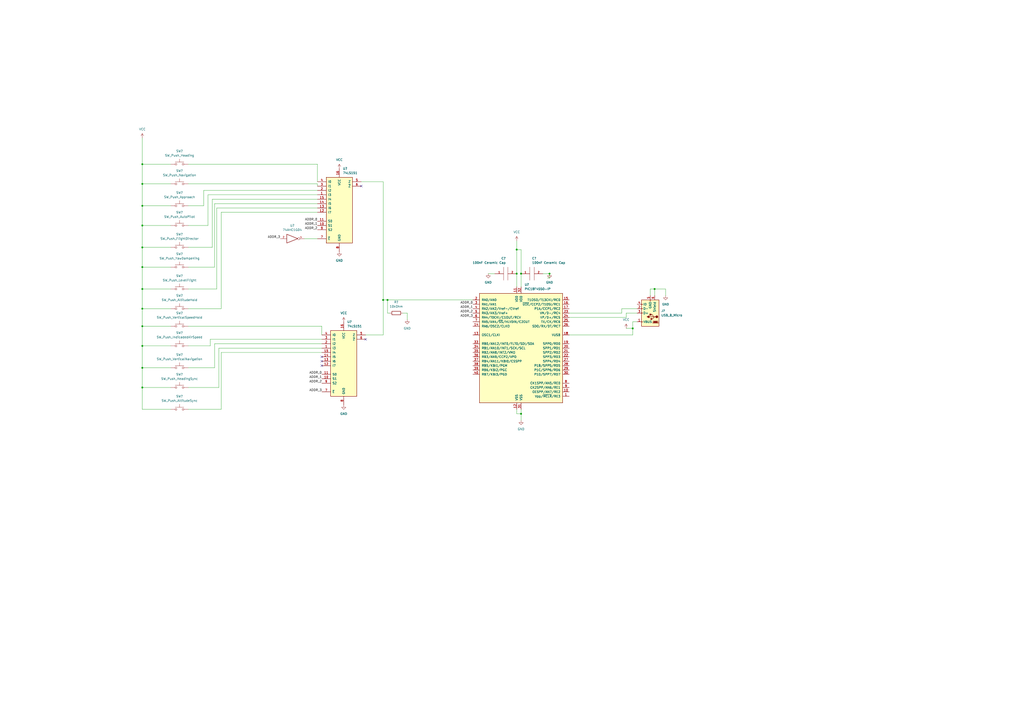
<source format=kicad_sch>
(kicad_sch (version 20211123) (generator eeschema)
  (paper "A2")
  (title_block (title "Auto Pilot Console Control Board") (date "2023-02-01") (company "Fafner's Lab"))
  (lib_symbols
    (symbol "74xGxx:74AHC1G04" (pin_names (offset 1.016))
      (property "Reference" "U" (at -2.54 3.81 0))
      (property "Value" "74AHC1G04" (at 0 -3.81 0))
      (symbol "74AHC1G04_0_1"
        (polyline (pts (xy -3.81 2.54) (xy -3.81 -2.54) (xy 2.54 0) (xy -3.81 2.54)) (stroke (width 0.254)))
      )
      (symbol "74AHC1G04_1_1"
        (pin input line (at -7.62 0 0) (length 3.81) (name "~") (number "2"))
        (pin power_in line (at 0 -2.54 270) (length 0) hide (name "GND") (number "3"))
        (pin output inverted (at 6.35 0 180) (length 3.81) (name "~") (number "4"))
        (pin power_in line (at 0 2.54 90) (length 0) hide (name "VCC") (number "5"))
      )
    )
    (symbol "74xx:74LS151" (pin_names (offset 1.016))
      (property "Reference" "U" (at -7.62 19.05 0))
      (property "Value" "74LS151" (at -7.62 -21.59 0))
      (symbol "74LS151_1_0"
        (pin input line (at -12.7 7.62 0) (length 5.08) (name "I3") (number "1"))
        (pin input line (at -12.7 -10.16 0) (length 5.08) (name "S1") (number "10"))
        (pin input line (at -12.7 -7.62 0) (length 5.08) (name "S0") (number "11"))
        (pin input line (at -12.7 -2.54 0) (length 5.08) (name "I7") (number "12"))
        (pin input line (at -12.7 0 0) (length 5.08) (name "I6") (number "13"))
        (pin input line (at -12.7 2.54 0) (length 5.08) (name "I5") (number "14"))
        (pin input line (at -12.7 5.08 0) (length 5.08) (name "I4") (number "15"))
        (pin power_in line (at 0 22.86 270) (length 5.08) (name "VCC") (number "16"))
        (pin input line (at -12.7 10.16 0) (length 5.08) (name "I2") (number "2"))
        (pin input line (at -12.7 12.7 0) (length 5.08) (name "I1") (number "3"))
        (pin input line (at -12.7 15.24 0) (length 5.08) (name "I0") (number "4"))
        (pin output line (at 12.7 15.24 180) (length 5.08) (name "Z") (number "5"))
        (pin output line (at 12.7 12.7 180) (length 5.08) (name "~{Z}") (number "6"))
        (pin input line (at -12.7 -17.78 0) (length 5.08) (name "~{E}") (number "7"))
        (pin power_in line (at 0 -25.4 90) (length 5.08) (name "GND") (number "8"))
        (pin input line (at -12.7 -12.7 0) (length 5.08) (name "S2") (number "9"))
      )
      (symbol "74LS151_1_1"
        (rectangle (start -7.62 17.78) (end 7.62 -20.32) (stroke (width 0.254)) (fill (type background)))
      )
    )
    (symbol "Connector:USB_B_Micro" (pin_names (offset 1.016))
      (property "Reference" "J" (at -5.08 11.43 0))
      (property "Value" "USB_B_Micro" (at -5.08 8.89 0))
      (symbol "USB_B_Micro_0_1"
        (rectangle (start -5.08 -7.62) (end 5.08 7.62) (stroke (width 0.254)) (fill (type background)))
        (circle (center -3.81 2.159) (radius 0.635) (stroke (width 0.254)) (fill (type outline)))
        (circle (center -0.635 3.429) (radius 0.381) (stroke (width 0.254)) (fill (type outline)))
        (rectangle (start -0.127 -7.62) (end 0.127 -6.858))
        (polyline (pts (xy -1.905 2.159) (xy 0.635 2.159)) (stroke (width 0.254)))
        (polyline (pts (xy -3.175 2.159) (xy -2.54 2.159) (xy -1.27 3.429) (xy -0.635 3.429)) (stroke (width 0.254)))
        (polyline (pts (xy -2.54 2.159) (xy -1.905 2.159) (xy -1.27 0.889) (xy 0 0.889)) (stroke (width 0.254)))
        (polyline (pts (xy 0.635 2.794) (xy 0.635 1.524) (xy 1.905 2.159) (xy 0.635 2.794)) (stroke (width 0.254)) (fill (type outline)))
        (polyline (pts (xy -4.318 5.588) (xy -1.778 5.588) (xy -2.032 4.826) (xy -4.064 4.826) (xy -4.318 5.588)) (fill (type outline)))
        (polyline (pts (xy -4.699 5.842) (xy -4.699 5.588) (xy -4.445 4.826) (xy -4.445 4.572) (xy -1.651 4.572) (xy -1.651 4.826) (xy -1.397 5.588) (xy -1.397 5.842) (xy -4.699 5.842)))
        (rectangle (start 0.254 1.27) (end -0.508 0.508) (stroke (width 0.254)) (fill (type outline)))
        (rectangle (start 5.08 -5.207) (end 4.318 -4.953))
        (rectangle (start 5.08 -2.667) (end 4.318 -2.413))
        (rectangle (start 5.08 -0.127) (end 4.318 0.127))
        (rectangle (start 5.08 4.953) (end 4.318 5.207))
      )
      (symbol "USB_B_Micro_1_1"
        (pin power_out line (at 7.62 5.08 180) (length 2.54) (name "VBUS") (number "1"))
        (pin bidirectional line (at 7.62 -2.54 180) (length 2.54) (name "D-") (number "2"))
        (pin bidirectional line (at 7.62 0 180) (length 2.54) (name "D+") (number "3"))
        (pin passive line (at 7.62 -5.08 180) (length 2.54) (name "ID") (number "4"))
        (pin power_out line (at 0 -10.16 90) (length 2.54) (name "GND") (number "5"))
        (pin passive line (at -2.54 -10.16 90) (length 2.54) (name "Shield") (number "6"))
      )
    )
    (symbol "Device:R" (pin_numbers hide) (pin_names (offset 0))
      (property "Reference" "R" (at 2.032 0 90))
      (property "Value" "R" (at 0 0 90))
      (symbol "R_0_1"
        (rectangle (start -1.016 -2.54) (end 1.016 2.54) (stroke (width 0.254)))
      )
      (symbol "R_1_1"
        (pin passive line (at 0 3.81 270) (length 1.27) (name "~") (number "1"))
        (pin passive line (at 0 -3.81 90) (length 1.27) (name "~") (number "2"))
      )
    )
    (symbol "MCU_Microchip_PIC18:PIC18F4550-IP" (pin_names (offset 1.27))
      (property "Reference" "U" (at -22.86 33.02 0))
      (property "Value" "PIC18F4550-IP" (at 13.97 -33.02 0))
      (symbol "PIC18F4550-IP_0_1"
        (rectangle (start -24.13 31.75) (end 24.13 -31.75) (stroke (width 0.254)) (fill (type background)))
      )
      (symbol "PIC18F4550-IP_1_1"
        (pin input line (at 27.94 -27.94 180) (length 3.81) (name "Vpp/~{MCLR}/RE3") (number "1"))
        (pin bidirectional line (at 27.94 -25.4 180) (length 3.81) (name "OESPP/AN7/RE2") (number "10"))
        (pin power_in line (at -2.54 35.56 270) (length 3.81) (name "VDD") (number "11"))
        (pin power_in line (at -2.54 -35.56 90) (length 3.81) (name "VSS") (number "12"))
        (pin input line (at -27.94 7.62 0) (length 3.81) (name "OSC1/CLKI") (number "13"))
        (pin output line (at -27.94 12.7 0) (length 3.81) (name "RA6/OSC2/CLKO") (number "14"))
        (pin bidirectional line (at 27.94 27.94 180) (length 3.81) (name "T1OSO/T13CKI/RC0") (number "15"))
        (pin bidirectional line (at 27.94 25.4 180) (length 3.81) (name "~{UOE}/CCP2/T1OSI/RC1") (number "16"))
        (pin bidirectional line (at 27.94 22.86 180) (length 3.81) (name "P1A/CCP1/RC2") (number "17"))
        (pin bidirectional line (at 27.94 7.62 180) (length 3.81) (name "VUSB") (number "18"))
        (pin bidirectional line (at 27.94 2.54 180) (length 3.81) (name "SPP0/RD0") (number "19"))
        (pin bidirectional line (at -27.94 27.94 0) (length 3.81) (name "RA0/AN0") (number "2"))
        (pin bidirectional line (at 27.94 0 180) (length 3.81) (name "SPP1/RD1") (number "20"))
        (pin bidirectional line (at 27.94 -2.54 180) (length 3.81) (name "SPP2/RD2") (number "21"))
        (pin bidirectional line (at 27.94 -5.08 180) (length 3.81) (name "SPP3/RD3") (number "22"))
        (pin bidirectional line (at 27.94 20.32 180) (length 3.81) (name "VM/D-/RC4") (number "23"))
        (pin bidirectional line (at 27.94 17.78 180) (length 3.81) (name "VP/D+/RC5") (number "24"))
        (pin bidirectional line (at 27.94 15.24 180) (length 3.81) (name "TX/CK/RC6") (number "25"))
        (pin bidirectional line (at 27.94 12.7 180) (length 3.81) (name "SDO/RX/DT/RC7") (number "26"))
        (pin bidirectional line (at 27.94 -7.62 180) (length 3.81) (name "SPP4/RD4") (number "27"))
        (pin bidirectional line (at 27.94 -10.16 180) (length 3.81) (name "P1B/SPP5/RD5") (number "28"))
        (pin bidirectional line (at 27.94 -12.7 180) (length 3.81) (name "P1C/SPP6/RD6") (number "29"))
        (pin bidirectional line (at -27.94 25.4 0) (length 3.81) (name "RA1/AN1") (number "3"))
        (pin bidirectional line (at 27.94 -15.24 180) (length 3.81) (name "P1D/SPP7/RD7") (number "30"))
        (pin power_in line (at 0 -35.56 90) (length 3.81) (name "VSS") (number "31"))
        (pin power_in line (at 0 35.56 270) (length 3.81) (name "VDD") (number "32"))
        (pin bidirectional line (at -27.94 2.54 0) (length 3.81) (name "RB0/AN12/INT0/FLT0/SDI/SDA") (number "33"))
        (pin bidirectional line (at -27.94 0 0) (length 3.81) (name "RB1/AN10/INT1/SCK/SCL") (number "34"))
        (pin bidirectional line (at -27.94 -2.54 0) (length 3.81) (name "RB2/AN8/INT2/VMO") (number "35"))
        (pin bidirectional line (at -27.94 -5.08 0) (length 3.81) (name "RB3/AN9/CCP2/VPO") (number "36"))
        (pin bidirectional line (at -27.94 -7.62 0) (length 3.81) (name "RB4/AN11/KBI0/CSSPP") (number "37"))
        (pin bidirectional line (at -27.94 -10.16 0) (length 3.81) (name "RB5/KBI1/PGM") (number "38"))
        (pin bidirectional line (at -27.94 -12.7 0) (length 3.81) (name "RB6/KBI2/PGC") (number "39"))
        (pin bidirectional line (at -27.94 22.86 0) (length 3.81) (name "RA2/AN2/Vref-/CVref") (number "4"))
        (pin bidirectional line (at -27.94 -15.24 0) (length 3.81) (name "RB7/KBI3/PGD") (number "40"))
        (pin bidirectional line (at -27.94 20.32 0) (length 3.81) (name "RA3/AN3/Vref+") (number "5"))
        (pin bidirectional line (at -27.94 17.78 0) (length 3.81) (name "RA4/T0CKI/C1OUT/RCV") (number "6"))
        (pin bidirectional line (at -27.94 15.24 0) (length 3.81) (name "RA5/AN4/~{SS}/HLVDIN/C2OUT") (number "7"))
        (pin bidirectional line (at 27.94 -20.32 180) (length 3.81) (name "CK1SPP/AN5/RE0") (number "8"))
        (pin bidirectional line (at 27.94 -22.86 180) (length 3.81) (name "CK2SPP/AN6/RE1") (number "9"))
      )
    )
    (symbol "Switch:SW_Push" (pin_numbers hide) (pin_names (offset 1.016) hide)
      (property "Reference" "SW" (at 1.27 2.54 0))
      (property "Value" "SW_Push" (at 0 -1.524 0))
      (symbol "SW_Push_0_1"
        (circle (center -2.032 0) (radius 0.508))
        (polyline (pts (xy 0 1.27) (xy 0 3.048)))
        (polyline (pts (xy 2.54 1.27) (xy -2.54 1.27)))
        (circle (center 2.032 0) (radius 0.508))
        (pin passive line (at -5.08 0 0) (length 2.54) (name "1") (number "1"))
        (pin passive line (at 5.08 0 180) (length 2.54) (name "2") (number "2"))
      )
    )
    (symbol "power:GND" (power) (pin_names (offset 0))
      (property "Value" "GND" (at 0 -3.81 0))
      (symbol "GND_0_1"
        (polyline (pts (xy 0 0) (xy 0 -1.27) (xy 1.27 -1.27) (xy 0 -2.54) (xy -1.27 -1.27) (xy 0 -1.27)))
      )
      (symbol "GND_1_1"
        (pin power_in line (at 0 0 270) (length 0) hide (name "GND") (number "1"))
      )
    )
    (symbol "power:VCC" (power) (pin_names (offset 0))
      (property "Value" "VCC" (at 0 3.81 0))
      (symbol "VCC_0_1"
        (polyline (pts (xy -0.762 1.27) (xy 0 2.54)))
        (polyline (pts (xy 0 0) (xy 0 2.54)))
        (polyline (pts (xy 0 2.54) (xy 0.762 1.27)))
      )
      (symbol "VCC_1_1"
        (pin power_in line (at 0 0 90) (length 0) hide (name "VCC") (number "1"))
      )
    )
    (symbol "pspice:CAP" (pin_names (offset 0.254))
      (property "Reference" "C" (at 2.54 3.81 90))
      (property "Value" "CAP" (at 2.54 -3.81 90))
      (symbol "CAP_0_1"
        (polyline (pts (xy -3.81 -1.27) (xy 3.81 -1.27)))
        (polyline (pts (xy -3.81 1.27) (xy 3.81 1.27)))
      )
      (symbol "CAP_1_1"
        (pin passive line (at 0 6.35 270) (length 5.08) (name "~") (number "1"))
        (pin passive line (at 0 -6.35 90) (length 5.08) (name "~") (number "2"))
      )
    )
  )
  (junction (at 82.55 167.64))
  (junction (at 302.26 158.75))
  (junction (at 367.03 190.5))
  (junction (at 222.25 173.99))
  (junction (at 299.72 144.78))
  (junction (at 379.73 167.64))
  (junction (at 82.55 189.23))
  (junction (at 224.79 173.99))
  (junction (at 82.55 130.81))
  (junction (at 299.72 158.75))
  (junction (at 318.77 158.75))
  (junction (at 82.55 200.66))
  (junction (at 302.26 240.03))
  (junction (at 82.55 95.25))
  (junction (at 82.55 179.07))
  (junction (at 82.55 143.51))
  (junction (at 82.55 106.68))
  (junction (at 82.55 154.94))
  (junction (at 82.55 213.36))
  (junction (at 82.55 224.79))
  (junction (at 82.55 119.38))
  (no_connect (at 186.69 209.55))
  (no_connect (at 186.69 212.09))
  (no_connect (at 186.69 207.01))
  (no_connect (at 212.09 196.85))
  (no_connect (at 209.55 107.95))
  (wire (pts (xy 109.22 119.38) (xy 118.11 119.38)))
  (wire (pts (xy 184.15 106.68) (xy 184.15 107.95)))
  (wire (pts (xy 109.22 167.64) (xy 125.73 167.64)))
  (wire (pts (xy 82.55 213.36) (xy 99.06 213.36)))
  (wire (pts (xy 360.68 181.61) (xy 360.68 179.07)))
  (wire (pts (xy 82.55 80.01) (xy 82.55 95.25)))
  (wire (pts (xy 82.55 189.23) (xy 82.55 200.66)))
  (wire (pts (xy 184.15 95.25) (xy 184.15 105.41)))
  (wire (pts (xy 302.26 166.37) (xy 302.26 158.75)))
  (wire (pts (xy 82.55 189.23) (xy 99.06 189.23)))
  (wire (pts (xy 377.19 167.64) (xy 379.73 167.64)))
  (wire (pts (xy 363.22 190.5) (xy 367.03 190.5)))
  (wire (pts (xy 330.2 181.61) (xy 360.68 181.61)))
  (wire (pts (xy 299.72 139.7) (xy 299.72 144.78)))
  (wire (pts (xy 109.22 179.07) (xy 128.27 179.07)))
  (wire (pts (xy 82.55 167.64) (xy 82.55 179.07)))
  (wire (pts (xy 314.96 158.75) (xy 318.77 158.75)))
  (wire (pts (xy 386.08 167.64) (xy 386.08 171.45)))
  (wire (pts (xy 82.55 213.36) (xy 82.55 224.79)))
  (wire (pts (xy 330.2 184.15) (xy 363.22 184.15)))
  (wire (pts (xy 109.22 95.25) (xy 184.15 95.25)))
  (wire (pts (xy 82.55 106.68) (xy 99.06 106.68)))
  (wire (pts (xy 236.22 181.61) (xy 233.68 181.61)))
  (wire (pts (xy 299.72 240.03) (xy 302.26 240.03)))
  (wire (pts (xy 82.55 200.66) (xy 82.55 213.36)))
  (wire (pts (xy 82.55 237.49) (xy 99.06 237.49)))
  (wire (pts (xy 82.55 119.38) (xy 99.06 119.38)))
  (wire (pts (xy 127 224.79) (xy 127 201.93)))
  (wire (pts (xy 82.55 179.07) (xy 82.55 189.23)))
  (wire (pts (xy 128.27 237.49) (xy 128.27 204.47)))
  (wire (pts (xy 82.55 224.79) (xy 99.06 224.79)))
  (wire (pts (xy 82.55 95.25) (xy 99.06 95.25)))
  (wire (pts (xy 82.55 143.51) (xy 99.06 143.51)))
  (wire (pts (xy 299.72 144.78) (xy 302.26 144.78)))
  (wire (pts (xy 121.92 200.66) (xy 121.92 196.85)))
  (wire (pts (xy 236.22 185.42) (xy 236.22 181.61)))
  (wire (pts (xy 99.06 154.94) (xy 82.55 154.94)))
  (wire (pts (xy 109.22 200.66) (xy 121.92 200.66)))
  (wire (pts (xy 109.22 154.94) (xy 124.46 154.94)))
  (wire (pts (xy 367.03 190.5) (xy 367.03 186.69)))
  (wire (pts (xy 118.11 110.49) (xy 184.15 110.49)))
  (wire (pts (xy 82.55 167.64) (xy 99.06 167.64)))
  (wire (pts (xy 82.55 224.79) (xy 82.55 237.49)))
  (wire (pts (xy 302.26 240.03) (xy 302.26 243.84)))
  (wire (pts (xy 125.73 167.64) (xy 125.73 120.65)))
  (wire (pts (xy 109.22 213.36) (xy 124.46 213.36)))
  (wire (pts (xy 127 201.93) (xy 186.69 201.93)))
  (wire (pts (xy 124.46 118.11) (xy 184.15 118.11)))
  (wire (pts (xy 109.22 189.23) (xy 186.69 189.23)))
  (wire (pts (xy 212.09 194.31) (xy 222.25 194.31)))
  (wire (pts (xy 121.92 196.85) (xy 186.69 196.85)))
  (wire (pts (xy 123.19 115.57) (xy 184.15 115.57)))
  (wire (pts (xy 379.73 167.64) (xy 379.73 171.45)))
  (wire (pts (xy 82.55 143.51) (xy 82.55 154.94)))
  (wire (pts (xy 283.21 158.75) (xy 287.02 158.75)))
  (wire (pts (xy 109.22 143.51) (xy 123.19 143.51)))
  (wire (pts (xy 367.03 186.69) (xy 369.57 186.69)))
  (wire (pts (xy 363.22 184.15) (xy 363.22 181.61)))
  (wire (pts (xy 299.72 144.78) (xy 299.72 158.75)))
  (wire (pts (xy 274.32 173.99) (xy 224.79 173.99)))
  (wire (pts (xy 123.19 143.51) (xy 123.19 115.57)))
  (wire (pts (xy 128.27 179.07) (xy 128.27 123.19)))
  (wire (pts (xy 379.73 167.64) (xy 386.08 167.64)))
  (wire (pts (xy 82.55 179.07) (xy 99.06 179.07)))
  (wire (pts (xy 377.19 171.45) (xy 377.19 167.64)))
  (wire (pts (xy 299.72 237.49) (xy 299.72 240.03)))
  (wire (pts (xy 222.25 105.41) (xy 222.25 173.99)))
  (wire (pts (xy 176.53 138.43) (xy 184.15 138.43)))
  (wire (pts (xy 124.46 199.39) (xy 186.69 199.39)))
  (wire (pts (xy 299.72 158.75) (xy 299.72 166.37)))
  (wire (pts (xy 120.65 130.81) (xy 120.65 113.03)))
  (wire (pts (xy 302.26 158.75) (xy 302.26 144.78)))
  (wire (pts (xy 120.65 113.03) (xy 184.15 113.03)))
  (wire (pts (xy 124.46 154.94) (xy 124.46 118.11)))
  (wire (pts (xy 360.68 179.07) (xy 369.57 179.07)))
  (wire (pts (xy 317.5 161.29) (xy 318.77 161.29)))
  (wire (pts (xy 109.22 106.68) (xy 184.15 106.68)))
  (wire (pts (xy 124.46 213.36) (xy 124.46 199.39)))
  (wire (pts (xy 82.55 119.38) (xy 82.55 130.81)))
  (wire (pts (xy 186.69 189.23) (xy 186.69 194.31)))
  (wire (pts (xy 82.55 130.81) (xy 99.06 130.81)))
  (wire (pts (xy 118.11 119.38) (xy 118.11 110.49)))
  (wire (pts (xy 82.55 200.66) (xy 99.06 200.66)))
  (wire (pts (xy 302.26 237.49) (xy 302.26 240.03)))
  (wire (pts (xy 82.55 95.25) (xy 82.55 106.68)))
  (wire (pts (xy 226.06 181.61) (xy 224.79 181.61)))
  (wire (pts (xy 109.22 237.49) (xy 128.27 237.49)))
  (wire (pts (xy 209.55 105.41) (xy 222.25 105.41)))
  (wire (pts (xy 82.55 106.68) (xy 82.55 119.38)))
  (wire (pts (xy 367.03 190.5) (xy 367.03 194.31)))
  (wire (pts (xy 109.22 130.81) (xy 120.65 130.81)))
  (wire (pts (xy 125.73 120.65) (xy 184.15 120.65)))
  (wire (pts (xy 224.79 173.99) (xy 222.25 173.99)))
  (wire (pts (xy 128.27 123.19) (xy 184.15 123.19)))
  (wire (pts (xy 363.22 181.61) (xy 369.57 181.61)))
  (wire (pts (xy 318.77 161.29) (xy 318.77 158.75)))
  (wire (pts (xy 224.79 181.61) (xy 224.79 173.99)))
  (wire (pts (xy 128.27 204.47) (xy 186.69 204.47)))
  (wire (pts (xy 222.25 173.99) (xy 222.25 194.31)))
  (wire (pts (xy 82.55 130.81) (xy 82.55 143.51)))
  (wire (pts (xy 330.2 194.31) (xy 367.03 194.31)))
  (wire (pts (xy 109.22 224.79) (xy 127 224.79)))
  (wire (pts (xy 82.55 154.94) (xy 82.55 167.64)))
  (label "ADDR_0" (at 274.32 176.53 180))
  (label "ADDR_2" (at 184.15 133.35 180))
  (label "ADDR_2" (at 186.69 222.25 180))
  (label "ADDR_1" (at 184.15 130.81 180))
  (label "ADDR_0" (at 184.15 128.27 180))
  (label "ADDR_1" (at 186.69 219.71 180))
  (label "ADDR_0" (at 186.69 217.17 180))
  (label "ADDR_2" (at 274.32 181.61 180))
  (label "ADDR_3" (at 186.69 227.33 180))
  (label "ADDR_3" (at 274.32 184.15 180))
  (label "ADDR_1" (at 274.32 179.07 180))
  (label "ADDR_3" (at 162.56 138.43 180))
  (symbol (lib_id "Switch:SW_Push") (at 104.14 106.68 0) (unit 1)
    (property "Reference" "SW?" (at 104.14 99.06 0))
    (property "Value" "SW_Push_Navigation" (at 104.14 101.6 0))
  )
  (symbol (lib_id "power:VCC") (at 363.22 190.5 0) (unit 1)
    (property "Reference" "#PWR?" (effects hide))
    (property "Value" "VCC" (at 363.22 185.42 0))
  )
  (symbol (lib_id "74xx:74LS151") (at 199.39 209.55 0) (unit 1)
    (property "Reference" "U?" (at 201.4094 186.69 0) (effects (justify left)))
    (property "Value" "74LS151" (at 201.4094 189.23 0) (effects (justify left)))
    (property "Datasheet" "http://www.ti.com/lit/gpn/sn74LS151" (effects hide))
  )
  (symbol (lib_id "power:GND") (at 196.85 146.05 0) (unit 1)
    (property "Reference" "#PWR?" (effects hide))
    (property "Value" "GND" (at 196.85 151.13 0))
  )
  (symbol (lib_id "Switch:SW_Push") (at 104.14 179.07 0) (unit 1)
    (property "Reference" "SW?" (at 104.14 171.45 0))
    (property "Value" "SW_Push_AltitudeHold" (at 104.14 173.99 0))
  )
  (symbol (lib_id "74xGxx:74AHC1G04") (at 170.18 138.43 0) (unit 1)
    (property "Reference" "U?" (at 169.545 130.81 0))
    (property "Value" "74AHC1G04" (at 169.545 133.35 0))
    (property "Datasheet" "http://www.ti.com/lit/sg/scyt129e/scyt129e.pdf" (effects hide))
  )
  (symbol (lib_id "power:GND") (at 199.39 234.95 0) (unit 1)
    (property "Reference" "#PWR?" (effects hide))
    (property "Value" "GND" (at 199.39 240.03 0))
  )
  (symbol (lib_id "power:VCC") (at 196.85 97.79 0) (unit 1)
    (property "Reference" "#PWR?" (effects hide))
    (property "Value" "VCC" (at 196.85 92.71 0))
  )
  (symbol (lib_id "power:GND") (at 302.26 243.84 0) (unit 1)
    (property "Reference" "#PWR?" (effects hide))
    (property "Value" "GND" (at 302.26 248.92 0))
  )
  (symbol (lib_id "Switch:SW_Push") (at 104.14 224.79 0) (unit 1)
    (property "Reference" "SW?" (at 104.14 217.17 0))
    (property "Value" "SW_Push_HeadingSync" (at 104.14 219.71 0))
  )
  (symbol (lib_id "power:GND") (at 236.22 185.42 0) (unit 1)
    (property "Reference" "#PWR?" (effects hide))
    (property "Value" "GND" (at 236.22 190.5 0))
  )
  (symbol (lib_id "Switch:SW_Push") (at 104.14 95.25 0) (unit 1)
    (property "Reference" "SW?" (at 104.14 87.63 0))
    (property "Value" "SW_Push_Heading" (at 104.14 90.17 0))
  )
  (symbol (lib_id "pspice:CAP") (at 308.61 158.75 90) (unit 1)
    (property "Reference" "C?" (at 308.61 149.86 90) (effects (justify right)))
    (property "Value" "100nF Ceramic Cap" (at 308.61 152.4 90) (effects (justify right)))
  )
  (symbol (lib_id "Device:R") (at 229.87 181.61 90) (unit 1)
    (property "Reference" "R?" (at 229.87 175.26 90))
    (property "Value" "10kOhm" (at 229.87 177.8 90))
  )
  (symbol (lib_id "power:GND") (at 386.08 171.45 0) (unit 1)
    (property "Reference" "#PWR?" (effects hide))
    (property "Value" "GND" (at 386.08 176.53 0))
  )
  (symbol (lib_id "Connector:USB_B_Micro") (at 377.19 181.61 180) (unit 1)
    (property "Reference" "J?" (at 383.54 180.3399 0) (effects (justify right)))
    (property "Value" "USB_B_Micro" (at 383.54 182.8799 0) (effects (justify right)))
  )
  (symbol (lib_id "Switch:SW_Push") (at 104.14 154.94 0) (unit 1)
    (property "Reference" "SW?" (at 104.14 147.32 0))
    (property "Value" "SW_Push_YawDampening" (at 104.14 149.86 0))
  )
  (symbol (lib_id "pspice:CAP") (at 293.37 158.75 90) (unit 1)
    (property "Reference" "C?" (at 293.37 149.86 90) (effects (justify left)))
    (property "Value" "100nF Ceramic Cap" (at 293.37 152.4 90) (effects (justify left)))
  )
  (symbol (lib_id "power:GND") (at 318.77 158.75 0) (unit 1)
    (property "Reference" "#PWR?" (effects hide))
    (property "Value" "GND" (at 318.77 163.83 0))
  )
  (symbol (lib_id "Switch:SW_Push") (at 104.14 143.51 0) (unit 1)
    (property "Reference" "SW?" (at 104.14 135.89 0))
    (property "Value" "SW_Push_FlightDirector" (at 104.14 138.43 0))
  )
  (symbol (lib_id "power:GND") (at 283.21 158.75 0) (unit 1)
    (property "Reference" "#PWR?" (effects hide))
    (property "Value" "GND" (at 283.21 163.83 0))
  )
  (symbol (lib_id "Switch:SW_Push") (at 104.14 213.36 0) (unit 1)
    (property "Reference" "SW?" (at 104.14 205.74 0))
    (property "Value" "SW_Push_VerticalNavigation" (at 104.14 208.28 0))
  )
  (symbol (lib_id "Switch:SW_Push") (at 104.14 237.49 0) (unit 1)
    (property "Reference" "SW?" (at 104.14 229.87 0))
    (property "Value" "SW_Push_AltitudeSync" (at 104.14 232.41 0))
  )
  (symbol (lib_id "power:VCC") (at 82.55 80.01 0) (unit 1)
    (property "Reference" "#PWR?" (effects hide))
    (property "Value" "VCC" (at 82.55 74.93 0))
  )
  (symbol (lib_id "Switch:SW_Push") (at 104.14 189.23 0) (unit 1)
    (property "Reference" "SW?" (at 104.14 181.61 0))
    (property "Value" "SW_Push_VerticalSpeedHold" (at 104.14 184.15 0))
  )
  (symbol (lib_id "Switch:SW_Push") (at 104.14 130.81 0) (unit 1)
    (property "Reference" "SW?" (at 104.14 123.19 0))
    (property "Value" "SW_Push_AutoPilot" (at 104.14 125.73 0))
  )
  (symbol (lib_id "MCU_Microchip_PIC18:PIC18F4550-IP") (at 302.26 201.93 0) (unit 1)
    (property "Reference" "U?" (at 304.2794 165.1 0) (effects (justify left)))
    (property "Value" "PIC18F4550-IP" (at 304.2794 167.64 0) (effects (justify left)))
    (property "Footprint" "Package_DIP:DIP-40_W15.24mm" (effects hide))
    (property "Datasheet" "http://ww1.microchip.com/downloads/en/DeviceDoc/39760d.pdf" (effects hide))
  )
  (symbol (lib_id "power:VCC") (at 299.72 139.7 0) (unit 1)
    (property "Reference" "#PWR?" (effects hide))
    (property "Value" "VCC" (at 299.72 134.62 0))
  )
  (symbol (lib_id "Switch:SW_Push") (at 104.14 119.38 0) (unit 1)
    (property "Reference" "SW?" (at 104.14 111.76 0))
    (property "Value" "SW_Push_Approach" (at 104.14 114.3 0))
  )
  (symbol (lib_id "Switch:SW_Push") (at 104.14 200.66 0) (unit 1)
    (property "Reference" "SW?" (at 104.14 193.04 0))
    (property "Value" "SW_Push_IndicadedAirSpeed" (at 104.14 195.58 0))
  )
  (symbol (lib_id "Switch:SW_Push") (at 104.14 167.64 0) (unit 1)
    (property "Reference" "SW?" (at 104.14 160.02 0))
    (property "Value" "SW_Push_LevelFlight" (at 104.14 162.56 0))
  )
  (symbol (lib_id "power:VCC") (at 199.39 186.69 0) (unit 1)
    (property "Reference" "#PWR?" (effects hide))
    (property "Value" "VCC" (at 199.39 181.61 0))
  )
  (symbol (lib_id "74xx:74LS151") (at 196.85 120.65 0) (unit 1)
    (property "Reference" "U?" (at 198.8694 97.79 0) (effects (justify left)))
    (property "Value" "74LS151" (at 198.8694 100.33 0) (effects (justify left)))
    (property "Datasheet" "http://www.ti.com/lit/gpn/sn74LS151" (effects hide))
  )
)
</source>
